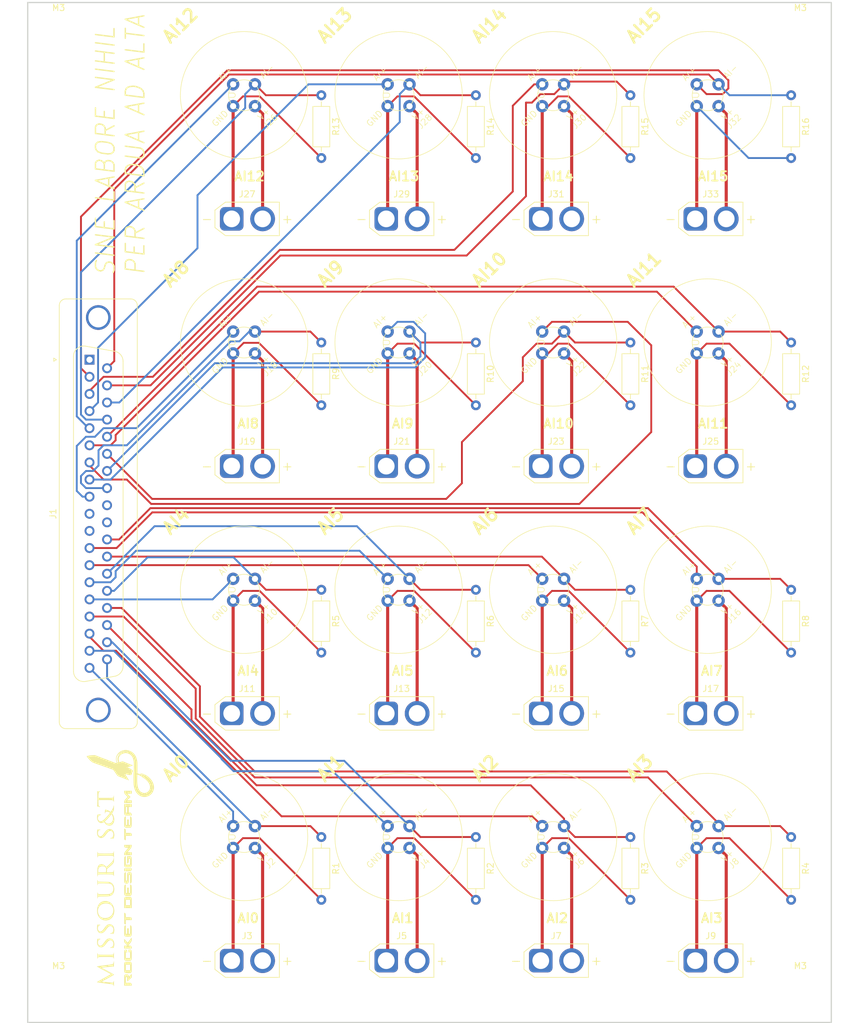
<source format=kicad_pcb>
(kicad_pcb (version 20241229) (generator "pcbnew") (generator_version "9.0")
  (title_block (title "AI Board") (date "2025-07-15") (rev "B") (company "Missouri S&T Rocket Design Team") (comment 1 "Designer: Isaac Lough"))
  (layers (0 "F.Cu" signal) (2 "B.Cu" signal) (13 "F.Paste" user) (15 "B.Paste" user) (5 "F.SilkS" user "F.Silkscreen") (7 "B.SilkS" user "B.Silkscreen") (1 "F.Mask" user) (3 "B.Mask" user) (25 "Edge.Cuts" user))
  (net 0 "")
  (net 1 "/AI9+")
  (net 2 "/AI15+")
  (net 3 "/AI1-")
  (net 4 "/AI12-")
  (net 5 "/NC")
  (net 6 "/AI14+")
  (net 7 "/COM")
  (net 8 "/AI0+")
  (net 9 "/AI3+")
  (net 10 "/AI10+")
  (net 11 "/AI2+")
  (net 12 "/AI2-")
  (net 13 "/AI3-")
  (net 14 "/AI1+")
  (net 15 "/AI5-")
  (net 16 "/AI7+")
  (net 17 "/AI13-")
  (net 18 "/AI8-")
  (net 19 "/AI6-")
  (net 20 "/AI6+")
  (net 21 "/AI10-")
  (net 22 "/AI5+")
  (net 23 "/AI13+")
  (net 24 "/AI12+")
  (net 25 "/AI4+")
  (net 26 "/AI14-")
  (net 27 "/AI7-")
  (net 28 "/AI0-")
  (net 29 "/AI11-")
  (net 31 "/AI9-")
  (net 32 "/AI4-")
  (net 33 "/AI15-")
  (net 34 "/AI11+")
  (net 35 "/AI8+")
  (net 36 "Net-(J2-Pin_3)")
  (net 37 "Net-(J2-Pin_4)")
  (net 38 "Net-(J4-Pin_3)")
  (net 39 "Net-(J4-Pin_4)")
  (net 40 "Net-(J6-Pin_4)")
  (net 41 "Net-(J6-Pin_3)")
  (net 42 "Net-(J8-Pin_4)")
  (net 43 "Net-(J8-Pin_3)")
  (net 44 "Net-(J10-Pin_3)")
  (net 45 "Net-(J10-Pin_4)")
  (net 46 "Net-(J12-Pin_4)")
  (net 47 "Net-(J12-Pin_3)")
  (net 48 "Net-(J14-Pin_4)")
  (net 49 "Net-(J14-Pin_3)")
  (net 50 "Net-(J16-Pin_4)")
  (net 51 "Net-(J16-Pin_3)")
  (net 52 "Net-(J18-Pin_4)")
  (net 53 "Net-(J18-Pin_3)")
  (net 54 "Net-(J20-Pin_4)")
  (net 55 "Net-(J20-Pin_3)")
  (net 56 "Net-(J22-Pin_4)")
  (net 57 "Net-(J22-Pin_3)")
  (net 58 "Net-(J24-Pin_3)")
  (net 59 "Net-(J24-Pin_4)")
  (net 60 "Net-(J26-Pin_3)")
  (net 61 "Net-(J26-Pin_4)")
  (net 62 "Net-(J28-Pin_3)")
  (net 63 "Net-(J28-Pin_4)")
  (net 64 "Net-(J30-Pin_4)")
  (net 65 "Net-(J30-Pin_3)")
  (net 66 "Net-(J32-Pin_4)")
  (net 67 "Net-(J32-Pin_3)")
  (footprint "Metric_Circular_Connectors:M12 A-Code Amphenol" (layer "F.Cu") (at 125 110 45)
    (property "Reference" "J16")
    (property "Value" "AI7 M12")
  )
  (footprint "Resistor_THT:R_Axial_DIN0207_L6.3mm_D2.5mm_P10.16mm_Horizontal" (layer "F.Cu") (at 138.5 70 -90)
    (property "Reference" "R12")
    (property "Value" "R")
  )
  (footprint "Metric_Circular_Connectors:M12 A-Code Amphenol" (layer "F.Cu") (at 100 70 45)
    (property "Reference" "J22")
    (property "Value" "AI10 M12")
  )
  (footprint "Connector_AMASS:AMASS_XT30U-F_1x02_P5.0mm_Vertical" (layer "F.Cu") (at 98 50)
    (property "Reference" "J31")
    (property "Value" "AI14 XT30")
  )
  (footprint "MountingHole:MountingHole_3.2mm_M3" (layer "F.Cu") (at 20 20)
    (property "Reference" "M3")
    (property "Value" "MountingHole_3.2mm_M3")
  )
  (footprint "Connector_AMASS:AMASS_XT30U-F_1x02_P5.0mm_Vertical" (layer "F.Cu") (at 73 170)
    (property "Reference" "J5")
    (property "Value" "AI1 XT30")
  )
  (footprint "MountingHole:MountingHole_3.2mm_M3" (layer "F.Cu") (at 140 20)
    (property "Reference" "M3")
    (property "Value" "MountingHole_3.2mm_M3")
  )
  (footprint "Metric_Circular_Connectors:M12 A-Code Amphenol" (layer "F.Cu") (at 125 30 45)
    (property "Reference" "J32")
    (property "Value" "AI15 M12")
  )
  (footprint "Metric_Circular_Connectors:M12 A-Code Amphenol" (layer "F.Cu") (at 50 110 45)
    (property "Reference" "J10")
    (property "Value" "AI4 M12")
  )
  (footprint "Metric_Circular_Connectors:M12 A-Code Amphenol" (layer "F.Cu") (at 100 150 45)
    (property "Reference" "J6")
    (property "Value" "AI2 M12")
  )
  (footprint "Metric_Circular_Connectors:M12 A-Code Amphenol" (layer "F.Cu") (at 50 70 45)
    (property "Reference" "J18")
    (property "Value" "AI8 M12")
  )
  (footprint "MST RDT PR:MSTRDTLogoFootprint11mm" (layer "F.Cu") (at 30 155 90)
    (property "Reference" "G***" (hide yes))
    (property "Value" "LOGO" (hide yes))
  )
  (footprint "Connector_AMASS:AMASS_XT30U-F_1x02_P5.0mm_Vertical" (layer "F.Cu") (at 98 90)
    (property "Reference" "J23")
    (property "Value" "AI10 XT30")
  )
  (footprint "Metric_Circular_Connectors:M12 A-Code Amphenol" (layer "F.Cu") (at 50 30 45)
    (property "Reference" "J26")
    (property "Value" "AI12 M12")
  )
  (footprint "Resistor_THT:R_Axial_DIN0207_L6.3mm_D2.5mm_P10.16mm_Horizontal" (layer "F.Cu") (at 138.5 150 -90)
    (property "Reference" "R4")
    (property "Value" "R")
  )
  (footprint "Connector_Dsub:DSUB-37_Socket_Vertical_P2.77x2.84mm_MountingHoles" (layer "F.Cu") (at 25 72.78 90)
    (property "Reference" "J1")
    (property "Value" "DC37_Socket_MountingHoles")
  )
  (footprint "Resistor_THT:R_Axial_DIN0207_L6.3mm_D2.5mm_P10.16mm_Horizontal" (layer "F.Cu") (at 112.5 70 -90)
    (property "Reference" "R11")
    (property "Value" "R")
  )
  (footprint "MountingHole:MountingHole_3.2mm_M3" (layer "F.Cu") (at 20 175)
    (property "Reference" "M3")
    (property "Value" "MountingHole_3.2mm_M3")
  )
  (footprint "Connector_AMASS:AMASS_XT30U-F_1x02_P5.0mm_Vertical" (layer "F.Cu") (at 123 50)
    (property "Reference" "J33")
    (property "Value" "AI15 XT30")
  )
  (footprint "Metric_Circular_Connectors:M12 A-Code Amphenol" (layer "F.Cu") (at 100 110 45)
    (property "Reference" "J14")
    (property "Value" "AI6 M12")
  )
  (footprint "Connector_AMASS:AMASS_XT30U-F_1x02_P5.0mm_Vertical" (layer "F.Cu") (at 48 130)
    (property "Reference" "J11")
    (property "Value" "AI4 XT30")
  )
  (footprint "Metric_Circular_Connectors:M12 A-Code Amphenol" (layer "F.Cu") (at 125 70 45)
    (property "Reference" "J24")
    (property "Value" "AI11 M12")
  )
  (footprint "Metric_Circular_Connectors:M12 A-Code Amphenol" (layer "F.Cu") (at 75 30 45)
    (property "Reference" "J28")
    (property "Value" "AI13 M12")
  )
  (footprint "Connector_AMASS:AMASS_XT30U-F_1x02_P5.0mm_Vertical" (layer "F.Cu") (at 48 90)
    (property "Reference" "J19")
    (property "Value" "AI8 XT30")
  )
  (footprint "Metric_Circular_Connectors:M12 A-Code Amphenol" (layer "F.Cu") (at 75 110 45)
    (property "Reference" "J12")
    (property "Value" "AI5 M12")
  )
  (footprint "Resistor_THT:R_Axial_DIN0207_L6.3mm_D2.5mm_P10.16mm_Horizontal" (layer "F.Cu") (at 87.5 150 -90)
    (property "Reference" "R2")
    (property "Value" "R")
  )
  (footprint "Metric_Circular_Connectors:M12 A-Code Amphenol" (layer "F.Cu") (at 75 70 45)
    (property "Reference" "J20")
    (property "Value" "AI9 M12")
  )
  (footprint "Connector_AMASS:AMASS_XT30U-F_1x02_P5.0mm_Vertical" (layer "F.Cu") (at 73 130)
    (property "Reference" "J13")
    (property "Value" "AI5 XT30")
  )
  (footprint "Resistor_THT:R_Axial_DIN0207_L6.3mm_D2.5mm_P10.16mm_Horizontal" (layer "F.Cu") (at 87.5 70 -90)
    (property "Reference" "R10")
    (property "Value" "R")
  )
  (footprint "Resistor_THT:R_Axial_DIN0207_L6.3mm_D2.5mm_P10.16mm_Horizontal" (layer "F.Cu") (at 138.5 30 -90)
    (property "Reference" "R16")
    (property "Value" "R")
  )
  (footprint "Connector_AMASS:AMASS_XT30U-F_1x02_P5.0mm_Vertical" (layer "F.Cu") (at 98 170)
    (property "Reference" "J7")
    (property "Value" "AI2 XT30")
  )
  (footprint "Resistor_THT:R_Axial_DIN0207_L6.3mm_D2.5mm_P10.16mm_Horizontal" (layer "F.Cu") (at 87.5 110 -90)
    (property "Reference" "R6")
    (property "Value" "R")
  )
  (footprint "Connector_AMASS:AMASS_XT30U-F_1x02_P5.0mm_Vertical" (layer "F.Cu") (at 73 90)
    (property "Reference" "J21")
    (property "Value" "AI9 XT30")
  )
  (footprint "Resistor_THT:R_Axial_DIN0207_L6.3mm_D2.5mm_P10.16mm_Horizontal" (layer "F.Cu") (at 138.5 110 -90)
    (property "Reference" "R8")
    (property "Value" "R")
  )
  (footprint "Resistor_THT:R_Axial_DIN0207_L6.3mm_D2.5mm_P10.16mm_Horizontal" (layer "F.Cu") (at 87.5 30 -90)
    (property "Reference" "R14")
    (property "Value" "R")
  )
  (footprint "Resistor_THT:R_Axial_DIN0207_L6.3mm_D2.5mm_P10.16mm_Horizontal" (layer "F.Cu") (at 112.5 30 -90)
    (property "Reference" "R15")
    (property "Value" "R")
  )
  (footprint "Connector_AMASS:AMASS_XT30U-F_1x02_P5.0mm_Vertical" (layer "F.Cu") (at 48 170)
    (property "Reference" "J3")
    (property "Value" "AI0 XT30")
  )
  (footprint "Metric_Circular_Connectors:M12 A-Code Amphenol" (layer "F.Cu") (at 75 150 45)
    (property "Reference" "J4")
    (property "Value" "AI1 M12")
  )
  (footprint "MountingHole:MountingHole_3.2mm_M3" (layer "F.Cu") (at 140 175)
    (property "Reference" "M3")
    (property "Value" "MountingHole_3.2mm_M3")
  )
  (footprint "Metric_Circular_Connectors:M12 A-Code Amphenol" (layer "F.Cu") (at 50 150 45)
    (property "Reference" "J2")
    (property "Value" "AI0 M12")
  )
  (footprint "Connector_AMASS:AMASS_XT30U-F_1x02_P5.0mm_Vertical" (layer "F.Cu") (at 48 50)
    (property "Reference" "J27")
    (property "Value" "AI12 XT30")
  )
  (footprint "Connector_AMASS:AMASS_XT30U-F_1x02_P5.0mm_Vertical" (layer "F.Cu") (at 98 130)
    (property "Reference" "J15")
    (property "Value" "AI6 XT30")
  )
  (footprint "Connector_AMASS:AMASS_XT30U-F_1x02_P5.0mm_Vertical" (layer "F.Cu") (at 123 130)
    (property "Reference" "J17")
    (property "Value" "AI7 XT30")
  )
  (footprint "Connector_AMASS:AMASS_XT30U-F_1x02_P5.0mm_Vertical" (layer "F.Cu") (at 123 170)
    (property "Reference" "J9")
    (property "Value" "AI3 XT30")
  )
  (footprint "Connector_AMASS:AMASS_XT30U-F_1x02_P5.0mm_Vertical" (layer "F.Cu") (at 73 50)
    (property "Reference" "J29")
    (property "Value" "AI13 XT30")
  )
  (footprint "Connector_AMASS:AMASS_XT30U-F_1x02_P5.0mm_Vertical" (layer "F.Cu") (at 123 90)
    (property "Reference" "J25")
    (property "Value" "AI11 XT30")
  )
  (footprint "Resistor_THT:R_Axial_DIN0207_L6.3mm_D2.5mm_P10.16mm_Horizontal" (layer "F.Cu") (at 112.5 150 -90)
    (property "Reference" "R3")
    (property "Value" "R")
  )
  (footprint "Resistor_THT:R_Axial_DIN0207_L6.3mm_D2.5mm_P10.16mm_Horizontal" (layer "F.Cu") (at 112.5 110 -90)
    (property "Reference" "R7")
    (property "Value" "R")
  )
  (footprint "Metric_Circular_Connectors:M12 A-Code Amphenol" (layer "F.Cu") (at 100 30 45)
    (property "Reference" "J30")
    (property "Value" "AI14 M12")
  )
  (footprint "Resistor_THT:R_Axial_DIN0207_L6.3mm_D2.5mm_P10.16mm_Horizontal" (layer "F.Cu") (at 62.5 110 -90)
    (property "Reference" "R5")
    (property "Value" "R")
  )
  (footprint "Resistor_THT:R_Axial_DIN0207_L6.3mm_D2.5mm_P10.16mm_Horizontal" (layer "F.Cu") (at 62.5 70 -90)
    (property "Reference" "R9")
    (property "Value" "R")
  )
  (footprint "Resistor_THT:R_Axial_DIN0207_L6.3mm_D2.5mm_P10.16mm_Horizontal" (layer "F.Cu") (at 62.5 30 -90)
    (property "Reference" "R13")
    (property "Value" "R")
  )
  (footprint "Resistor_THT:R_Axial_DIN0207_L6.3mm_D2.5mm_P10.16mm_Horizontal" (layer "F.Cu") (at 62.5 150 -90)
    (property "Reference" "R1")
    (property "Value" "R")
  )
  (footprint "Metric_Circular_Connectors:M12 A-Code Amphenol" (layer "F.Cu") (at 125 150 45)
    (property "Reference" "J8")
    (property "Value" "AI3 M12")
  )
  (gr_rect (start 15 15) (end 145 180) (stroke (width 0.2)) (fill no) (layer "Edge.Cuts"))
  (gr_text "SINE LABORE NIHIL \nPER ARDUA AD ALTA" (at 30 38 90) (layer "F.SilkS") (effects (font (size 3 2.8) (thickness 0.225) (italic yes))))
  (gr_text "AI9" (at 73.75 84 0) (layer "F.SilkS") (effects (font (size 1.5 1.5) (thickness 0.3) (bold yes)) (justify left bottom)))
  (gr_text "AI6" (at 98.75 124 0) (layer "F.SilkS") (effects (font (size 1.5 1.5) (thickness 0.3) (bold yes)) (justify left bottom)))
  (gr_text "AI12" (at 38 22 45) (layer "F.SilkS") (effects (font (size 2 2) (thickness 0.4) (bold yes)) (justify left bottom)))
  (gr_text "AI15" (at 113 22 45) (layer "F.SilkS") (effects (font (size 2 2) (thickness 0.4) (bold yes)) (justify left bottom)))
  (gr_text "AI8" (at 48.75 84 0) (layer "F.SilkS") (effects (font (size 1.5 1.5) (thickness 0.3) (bold yes)) (justify left bottom)))
  (gr_text "AI11" (at 123.25 84 0) (layer "F.SilkS") (effects (font (size 1.5 1.5) (thickness 0.3) (bold yes)) (justify left bottom)))
  (gr_text "AI5" (at 63 101.5 45) (layer "F.SilkS") (effects (font (size 2 2) (thickness 0.4) (bold yes)) (justify left bottom)))
  (gr_text "AI9" (at 63 61.5 45) (layer "F.SilkS") (effects (font (size 2 2) (thickness 0.4) (bold yes)) (justify left bottom)))
  (gr_text "AI1\n" (at 73.75 164 0) (layer "F.SilkS") (effects (font (size 1.5 1.5) (thickness 0.3) (bold yes)) (justify left bottom)))
  (gr_text "AI11" (at 113 61.5 45) (layer "F.SilkS") (effects (font (size 2 2) (thickness 0.4) (bold yes)) (justify left bottom)))
  (gr_text "AI3" (at 123.75 164 0) (layer "F.SilkS") (effects (font (size 1.5 1.5) (thickness 0.3) (bold yes)) (justify left bottom)))
  (gr_text "AI2" (at 98.75 164 0) (layer "F.SilkS") (effects (font (size 1.5 1.5) (thickness 0.3) (bold yes)) (justify left bottom)))
  (gr_text "AI7" (at 113 101.5 45) (layer "F.SilkS") (effects (font (size 2 2) (thickness 0.4) (bold yes)) (justify left bottom)))
  (gr_text "AI15" (at 123.25 44 0) (layer "F.SilkS") (effects (font (size 1.5 1.5) (thickness 0.3) (bold yes)) (justify left bottom)))
  (gr_text "AI0\n" (at 38 141.5 45) (layer "F.SilkS") (effects (font (size 2 2) (thickness 0.4) (bold yes)) (justify left bottom)))
  (gr_text "AI13" (at 73.25 44 0) (layer "F.SilkS") (effects (font (size 1.5 1.5) (thickness 0.3) (bold yes)) (justify left bottom)))
  (gr_text "AI4" (at 48.75 124 0) (layer "F.SilkS") (effects (font (size 1.5 1.5) (thickness 0.3) (bold yes)) (justify left bottom)))
  (gr_text "AI14" (at 88 22 45) (layer "F.SilkS") (effects (font (size 2 2) (thickness 0.4) (bold yes)) (justify left bottom)))
  (gr_text "AI14" (at 98.25 44 0) (layer "F.SilkS") (effects (font (size 1.5 1.5) (thickness 0.3) (bold yes)) (justify left bottom)))
  (gr_text "AI10" (at 88 61.5 45) (layer "F.SilkS") (effects (font (size 2 2) (thickness 0.4) (bold yes)) (justify left bottom)))
  (gr_text "AI10" (at 98.25 84 0) (layer "F.SilkS") (effects (font (size 1.5 1.5) (thickness 0.3) (bold yes)) (justify left bottom)))
  (gr_text "AI2\n" (at 88 141.5 45) (layer "F.SilkS") (effects (font (size 2 2) (thickness 0.4) (bold yes)) (justify left bottom)))
  (gr_text "AI12" (at 48.25 44 0) (layer "F.SilkS") (effects (font (size 1.5 1.5) (thickness 0.3) (bold yes)) (justify left bottom)))
  (gr_text "AI7" (at 123.75 124 0) (layer "F.SilkS") (effects (font (size 1.5 1.5) (thickness 0.3) (bold yes)) (justify left bottom)))
  (gr_text "AI4" (at 38 101.5 45) (layer "F.SilkS") (effects (font (size 2 2) (thickness 0.4) (bold yes)) (justify left bottom)))
  (gr_text "AI0\n" (at 48.75 164 0) (layer "F.SilkS") (effects (font (size 1.5 1.5) (thickness 0.3) (bold yes)) (justify left bottom)))
  (gr_text "AI13" (at 63 22 45) (layer "F.SilkS") (effects (font (size 2 2) (thickness 0.4) (bold yes)) (justify left bottom)))
  (gr_text "AI1\n" (at 63 141.5 45) (layer "F.SilkS") (effects (font (size 2 2) (thickness 0.4) (bold yes)) (justify left bottom)))
  (gr_text "AI8\n" (at 38 61.5 45) (layer "F.SilkS") (effects (font (size 2 2) (thickness 0.4) (bold yes)) (justify left bottom)))
  (gr_text "AI6" (at 88 101.5 45) (layer "F.SilkS") (effects (font (size 2 2) (thickness 0.4) (bold yes)) (justify left bottom)))
  (gr_text "AI3" (at 113 141.5 45) (layer "F.SilkS") (effects (font (size 2 2) (thickness 0.4) (bold yes)) (justify left bottom)))
  (gr_text "AI5" (at 73.75 124 0) (layer "F.SilkS") (effects (font (size 1.5 1.5) (thickness 0.3) (bold yes)) (justify left bottom)))
  (segment (start 78.994 68.218917) (end 77.423716 66.648633) (width 0.3) (layer "B.Cu") (net 1))
  (segment (start 79.2988 68.523717) (end 78.994 68.218917) (width 0.3) (layer "B.Cu") (net 1))
  (segment (start 79.2988 72.443039) (end 79.2988 68.523717) (width 0.3) (layer "B.Cu") (net 1))
  (segment (start 46.546739 74.034967) (end 77.706872 74.034967) (width 0.3) (layer "B.Cu") (net 1))
  (segment (start 77.423716 66.648633) (end 74.815833 66.648633) (width 0.3) (layer "B.Cu") (net 1))
  (segment (start 28.411706 92.17) (end 46.546739 74.034967) (width 0.3) (layer "B.Cu") (net 1))
  (segment (start 25 92.17) (end 28.411706 92.17) (width 0.3) (layer "B.Cu") (net 1))
  (segment (start 74.815833 66.648633) (end 73.232233 68.232233) (width 0.3) (layer "B.Cu") (net 1))
  (segment (start 77.706872 74.034967) (end 79.2988 72.443039) (width 0.3) (layer "B.Cu") (net 1))
  (segment (start 128.351367 27.576284) (end 128.351367 28.888182) (width 0.3) (layer "F.Cu") (net 2))
  (segment (start 25 75.55) (end 23.6164 74.1664) (width 0.3) (layer "F.Cu") (net 2))
  (segment (start 23.6164 74.1664) (end 23.6164 49.641761) (width 0.3) (layer "F.Cu") (net 2))
  (segment (start 126.733883 25.9588) (end 128.351367 27.576284) (width 0.3) (layer "F.Cu") (net 2))
  (segment (start 124.815833 29.815833) (end 123.232233 28.232233) (width 0.3) (layer "F.Cu") (net 2))
  (segment (start 127.423716 29.815833) (end 124.815833 29.815833) (width 0.3) (layer "F.Cu") (net 2))
  (segment (start 23.6164 49.641761) (end 47.299361 25.9588) (width 0.3) (layer "F.Cu") (net 2))
  (segment (start 47.299361 25.9588) (end 126.733883 25.9588) (width 0.3) (layer "F.Cu") (net 2))
  (segment (start 128.351367 28.888182) (end 127.423716 29.815833) (width 0.3) (layer "F.Cu") (net 2))
  (segment (start 76.767767 148.232233) (end 78.535534 150) (width 0.3) (layer "F.Cu") (net 3))
  (segment (start 78.535534 150) (end 87.5 150) (width 0.3) (layer "F.Cu") (net 3))
  (segment (start 28.6706 118.485) (end 47.8536 137.668) (width 0.3) (layer "B.Cu") (net 3))
  (segment (start 27.84 118.485) (end 28.6706 118.485) (width 0.3) (layer "B.Cu") (net 3))
  (segment (start 47.8536 137.668) (end 66.203534 137.668) (width 0.3) (layer "B.Cu") (net 3))
  (segment (start 66.203534 137.668) (end 76.767767 148.232233) (width 0.3) (layer "B.Cu") (net 3))
  (segment (start 62.5 30) (end 53.535534 30) (width 0.3) (layer "F.Cu") (net 4))
  (segment (start 53.535534 30) (end 51.767767 28.232233) (width 0.3) (layer "F.Cu") (net 4))
  (segment (start 27.84 82.475) (end 24.428294 82.475) (width 0.3) (layer "B.Cu") (net 4))
  (segment (start 50.184167 32.055382) (end 50.184167 29.815833) (width 0.3) (layer "B.Cu") (net 4))
  (segment (start 23.6164 81.663106) (end 23.6164 58.623149) (width 0.3) (layer "B.Cu") (net 4))
  (segment (start 23.6164 58.623149) (end 50.184167 32.055382) (width 0.3) (layer "B.Cu") (net 4))
  (segment (start 24.428294 82.475) (end 23.6164 81.663106) (width 0.3) (layer "B.Cu") (net 4))
  (segment (start 50.184167 29.815833) (end 51.767767 28.232233) (width 0.3) (layer "B.Cu") (net 4))
  (segment (start 84.0232 55.0164) (end 93.472 45.5676) (width 0.3) (layer "F.Cu") (net 6))
  (segment (start 96.938967 28.232233) (end 98.232233 28.232233) (width 0.3) (layer "F.Cu") (net 6))
  (segment (start 55.7784 55.0164) (end 84.0232 55.0164) (width 0.3) (layer "F.Cu") (net 6))
  (segment (start 93.472 45.5676) (end 93.472 31.6992) (width 0.3) (layer "F.Cu") (net 6))
  (segment (start 27.266894 75.5486) (end 35.2462 75.5486) (width 0.3) (layer "F.Cu") (net 6))
  (segment (start 35.2462 75.5486) (end 55.7784 55.0164) (width 0.3) (layer "F.Cu") (net 6))
  (segment (start 93.472 31.6992) (end 96.938967 28.232233) (width 0.3) (layer "F.Cu") (net 6))
  (segment (start 25 78.32) (end 25 77.815494) (width 0.3) (layer "F.Cu") (net 6))
  (segment (start 25 77.815494) (end 27.266894 75.5486) (width 0.3) (layer "F.Cu") (net 6))
  (segment (start 48.232233 145.872233) (end 48.232233 148.232233) (width 0.3) (layer "B.Cu") (net 8))
  (segment (start 25 122.64) (end 48.232233 145.872233) (width 0.3) (layer "B.Cu") (net 8))
  (segment (start 115.3604 140.3604) (end 123.232233 148.232233) (width 0.3) (layer "F.Cu") (net 9))
  (segment (start 30.51 114.33) (end 42.177 125.997) (width 0.3) (layer "F.Cu") (net 9))
  (segment (start 25 114.33) (end 25 114.831706) (width 0.3) (layer "F.Cu") (net 9))
  (segment (start 51.712844 140.3604) (end 115.3604 140.3604) (width 0.3) (layer "F.Cu") (net 9))
  (segment (start 25 114.831706) (end 25.592075 114.239631) (width 0.3) (layer "F.Cu") (net 9))
  (segment (start 25 114.33) (end 30.51 114.33) (width 0.3) (layer "F.Cu") (net 9))
  (segment (start 42.177 130.824556) (end 51.712844 140.3604) (width 0.3) (layer "F.Cu") (net 9))
  (segment (start 42.177 125.997) (end 42.177 130.824556) (width 0.3) (layer "F.Cu") (net 9))
  (segment (start 115.8748 70.4596) (end 112.063833 66.648633) (width 0.3) (layer "F.Cu") (net 10))
  (segment (start 27.266894 92.1686) (end 31.026844 92.1686) (width 0.3) (layer "F.Cu") (net 10))
  (segment (start 115.8748 84.4804) (end 115.8748 70.4596) (width 0.3) (layer "F.Cu") (net 10))
  (segment (start 25 89.4) (end 25 89.901706) (width 0.3) (layer "F.Cu") (net 10))
  (segment (start 99.815833 66.648633) (end 98.232233 68.232233) (width 0.3) (layer "F.Cu") (net 10))
  (segment (start 102.423716 66.648633) (end 99.815833 66.648633) (width 0.3) (layer "F.Cu") (net 10))
  (segment (start 104.2416 96.1136) (end 115.8748 84.4804) (width 0.3) (layer "F.Cu") (net 10))
  (segment (start 25 89.901706) (end 27.266894 92.1686) (width 0.3) (layer "F.Cu") (net 10))
  (segment (start 34.971844 96.1136) (end 104.2416 96.1136) (width 0.3) (layer "F.Cu") (net 10))
  (segment (start 112.063833 66.648633) (end 102.0064 66.648633) (width 0.3) (layer "F.Cu") (net 10))
  (segment (start 31.026844 92.1686) (end 34.971844 96.1136) (width 0.3) (layer "F.Cu") (net 10))
  (segment (start 27.266894 119.8686) (end 29.287532 119.8686) (width 0.3) (layer "F.Cu") (net 11))
  (segment (start 56.067565 146.648633) (end 96.648633 146.648633) (width 0.3) (layer "F.Cu") (net 11))
  (segment (start 29.287532 119.8686) (end 56.067565 146.648633) (width 0.3) (layer "F.Cu") (net 11))
  (segment (start 25 117.1) (end 25 117.601706) (width 0.3) (layer "F.Cu") (net 11))
  (segment (start 96.648633 146.648633) (end 98.232233 148.232233) (width 0.3) (layer "F.Cu") (net 11))
  (segment (start 25 117.601706) (end 27.266894 119.8686) (width 0.3) (layer "F.Cu") (net 11))
  (segment (start 103.535534 150) (end 101.767767 148.232233) (width 0.3) (layer "F.Cu") (net 12))
  (segment (start 41.4934 129.3684) (end 41.4934 131.107712) (width 0.3) (layer "F.Cu") (net 12))
  (segment (start 41.4934 131.107712) (end 52.016088 141.6304) (width 0.3) (layer "F.Cu") (net 12))
  (segment (start 52.016088 141.6304) (end 96.3676 141.6304) (width 0.3) (layer "F.Cu") (net 12))
  (segment (start 101.767767 147.030567) (end 101.767767 148.232233) (width 0.3) (layer "F.Cu") (net 12))
  (segment (start 96.3676 141.6304) (end 101.767767 147.030567) (width 0.3) (layer "F.Cu") (net 12))
  (segment (start 27.84 115.715) (end 41.4934 129.3684) (width 0.3) (layer "F.Cu") (net 12))
  (segment (start 112.5 150) (end 103.535534 150) (width 0.3) (layer "F.Cu") (net 12))
  (segment (start 138.5 150) (end 136.732233 148.232233) (width 0.3) (layer "F.Cu") (net 13))
  (segment (start 118.364 139.3952) (end 126.767767 147.798967) (width 0.3) (layer "F.Cu") (net 13))
  (segment (start 42.8606 130.5414) (end 51.7144 139.3952) (width 0.3) (layer "F.Cu") (net 13))
  (segment (start 51.7144 139.3952) (end 118.364 139.3952) (width 0.3) (layer "F.Cu") (net 13))
  (segment (start 42.8606 125.6138) (end 42.8606 130.5414) (width 0.3) (layer "F.Cu") (net 13))
  (segment (start 30.1918 112.945) (end 42.8606 125.6138) (width 0.3) (layer "F.Cu") (net 13))
  (segment (start 126.767767 147.798967) (end 126.767767 148.232233) (width 0.3) (layer "F.Cu") (net 13))
  (segment (start 136.732233 148.232233) (end 126.767767 148.232233) (width 0.3) (layer "F.Cu") (net 13))
  (segment (start 27.84 112.945) (end 30.1918 112.945) (width 0.3) (layer "F.Cu") (net 13))
  (segment (start 28.938 119.87) (end 46.3804 137.3124) (width 0.3) (layer "B.Cu") (net 14))
  (segment (start 48.3108 139.3444) (end 64.3444 139.3444) (width 0.3) (layer "B.Cu") (net 14))
  (segment (start 46.3804 137.414) (end 48.3108 139.3444) (width 0.3) (layer "B.Cu") (net 14))
  (segment (start 46.3804 137.3124) (end 46.3804 137.414) (width 0.3) (layer "B.Cu") (net 14))
  (segment (start 64.3444 139.3444) (end 73.232233 148.232233) (width 0.3) (layer "B.Cu") (net 14))
  (segment (start 25 119.87) (end 28.938 119.87) (width 0.3) (layer "B.Cu") (net 14))
  (segment (start 78.535534 110) (end 76.767767 108.232233) (width 0.3) (layer "F.Cu") (net 15))
  (segment (start 87.5 110) (end 78.535534 110) (width 0.3) (layer "F.Cu") (net 15))
  (segment (start 68.255934 99.7204) (end 76.767767 108.232233) (width 0.3) (layer "B.Cu") (net 15))
  (segment (start 27.84 107.405) (end 35.5246 99.7204) (width 0.3) (layer "B.Cu") (net 15))
  (segment (start 35.5246 99.7204) (end 68.255934 99.7204) (width 0.3) (layer "B.Cu") (net 15))
  (segment (start 25 103.25) (end 29.3844 103.25) (width 0.3) (layer "F.Cu") (net 16))
  (segment (start 114.448 97.4808) (end 123.232233 106.265033) (width 0.3) (layer "F.Cu") (net 16))
  (segment (start 29.3844 103.25) (end 35.1536 97.4808) (width 0.3) (layer "F.Cu") (net 16))
  (segment (start 123.232233 106.265033) (end 123.232233 108.232233) (width 0.3) (layer "F.Cu") (net 16))
  (segment (start 35.1536 97.4808) (end 114.448 97.4808) (width 0.3) (layer "F.Cu") (net 16))
  (segment (start 87.5 30) (end 78.535534 30) (width 0.3) (layer "F.Cu") (net 17))
  (segment (start 78.535534 30) (end 76.767767 28.232233) (width 0.3) (layer "F.Cu") (net 17))
  (segment (start 75.184167 34.340633) (end 75.184167 29.815833) (width 0.3) (layer "B.Cu") (net 17))
  (segment (start 29.8198 79.705) (end 75.184167 34.340633) (width 0.3) (layer "B.Cu") (net 17))
  (segment (start 27.84 79.705) (end 29.8198 79.705) (width 0.3) (layer "B.Cu") (net 17))
  (segment (start 75.184167 29.815833) (end 76.767767 28.232233) (width 0.3) (layer "B.Cu") (net 17))
  (segment (start 62.5 70) (end 60.732233 68.232233) (width 0.3) (layer "F.Cu") (net 18))
  (segment (start 60.732233 68.232233) (end 51.767767 68.232233) (width 0.3) (layer "F.Cu") (net 18))
  (segment (start 49.259367 69.815833) (end 50.842967 68.232233) (width 0.3) (layer "B.Cu") (net 18))
  (segment (start 23.6164 92.743106) (end 23.6164 91.596894) (width 0.3) (layer "B.Cu") (net 18))
  (segment (start 26.4564 89.903106) (end 26.4564 87.441894) (width 0.3) (layer "B.Cu") (net 18))
  (segment (start 27.84 93.555) (end 24.428294 93.555) (width 0.3) (layer "B.Cu") (net 18))
  (segment (start 24.426894 90.7864) (end 25.573106 90.7864) (width 0.3) (layer "B.Cu") (net 18))
  (segment (start 47.842411 69.815833) (end 49.259367 69.815833) (width 0.3) (layer "B.Cu") (net 18))
  (segment (start 26.4564 87.441894) (end 27.266894 86.6314) (width 0.3) (layer "B.Cu") (net 18))
  (segment (start 25.573106 90.7864) (end 26.4564 89.903106) (width 0.3) (layer "B.Cu") (net 18))
  (segment (start 23.6164 91.596894) (end 24.426894 90.7864) (width 0.3) (layer "B.Cu") (net 18))
  (segment (start 31.026844 86.6314) (end 47.842411 69.815833) (width 0.3) (layer "B.Cu") (net 18))
  (segment (start 50.842967 68.232233) (end 51.767767 68.232233) (width 0.3) (layer "B.Cu") (net 18))
  (segment (start 24.428294 93.555) (end 23.6164 92.743106) (width 0.3) (layer "B.Cu") (net 18))
  (segment (start 27.266894 86.6314) (end 31.026844 86.6314) (width 0.3) (layer "B.Cu") (net 18))
  (segment (start 103.535534 110) (end 101.767767 108.232233) (width 0.3) (layer "F.Cu") (net 19))
  (segment (start 112.5 110) (end 103.535534 110) (width 0.3) (layer "F.Cu") (net 19))
  (segment (start 27.84 104.635) (end 98.170534 104.635) (width 0.3) (layer "F.Cu") (net 19))
  (segment (start 98.170534 104.635) (end 101.767767 108.232233) (width 0.3) (layer "F.Cu") (net 19))
  (segment (start 96.02 106.02) (end 98.232233 108.232233) (width 0.3) (layer "F.Cu") (net 20))
  (segment (start 25 106.02) (end 96.02 106.02) (width 0.3) (layer "F.Cu") (net 20))
  (segment (start 85.2424 86.106) (end 85.2424 92.7608) (width 0.3) (layer "F.Cu") (net 21))
  (segment (start 112.5 70) (end 103.535534 70) (width 0.3) (layer "F.Cu") (net 21))
  (segment (start 103.535534 70) (end 101.767767 68.232233) (width 0.3) (layer "F.Cu") (net 21))
  (segment (start 82.7024 95.3008) (end 35.1258 95.3008) (width 0.3) (layer "F.Cu") (net 21))
  (segment (start 35.1258 95.3008) (end 27.84 88.015) (width 0.3) (layer "F.Cu") (net 21))
  (segment (start 101.767767 68.232233) (end 99.815833 70.184167) (width 0.3) (layer "F.Cu") (net 21))
  (segment (start 85.2424 92.7608) (end 82.7024 95.3008) (width 0.3) (layer "F.Cu") (net 21))
  (segment (start 97.303433 70.184167) (end 95.0976 72.39) (width 0.3) (layer "F.Cu") (net 21))
  (segment (start 95.0976 72.39) (end 95.0976 76.2508) (width 0.3) (layer "F.Cu") (net 21))
  (segment (start 95.0976 76.2508) (end 85.2424 86.106) (width 0.3) (layer "F.Cu") (net 21))
  (segment (start 99.815833 70.184167) (end 97.303433 70.184167) (width 0.3) (layer "F.Cu") (net 21))
  (segment (start 29.2236 107.978106) (end 28.411706 108.79) (width 0.3) (layer "B.Cu") (net 22))
  (segment (start 28.411706 108.79) (end 25 108.79) (width 0.3) (layer "B.Cu") (net 22))
  (segment (start 73.232233 108.232233) (end 68.6828 103.6828) (width 0.3) (layer "B.Cu") (net 22))
  (segment (start 32.528956 103.6828) (end 29.2236 106.988156) (width 0.3) (layer "B.Cu") (net 22))
  (segment (start 29.2236 106.988156) (end 29.2236 107.978106) (width 0.3) (layer "B.Cu") (net 22))
  (segment (start 68.6828 103.6828) (end 32.528956 103.6828) (width 0.3) (layer "B.Cu") (net 22))
  (segment (start 25 81.09) (end 26.3836 79.7064) (width 0.3) (layer "B.Cu") (net 23))
  (segment (start 26.3836 70.829338) (end 42.4688 54.744138) (width 0.3) (layer "B.Cu") (net 23))
  (segment (start 42.4688 46.1772) (end 60.413767 28.232233) (width 0.3) (layer "B.Cu") (net 23))
  (segment (start 26.3836 79.7064) (end 26.3836 70.829338) (width 0.3) (layer "B.Cu") (net 23))
  (segment (start 60.413767 28.232233) (end 73.232233 28.232233) (width 0.3) (layer "B.Cu") (net 23))
  (segment (start 42.4688 54.744138) (end 42.4688 46.1772) (width 0.3) (layer "B.Cu") (net 23))
  (segment (start 22.9328 53.531666) (end 48.232233 28.232233) (width 0.3) (layer "B.Cu") (net 24))
  (segment (start 25 83.86) (end 24.846538 83.86) (width 0.3) (layer "B.Cu") (net 24))
  (segment (start 24.846538 83.86) (end 22.9328 81.946262) (width 0.3) (layer "B.Cu") (net 24))
  (segment (start 22.9328 81.946262) (end 22.9328 53.531666) (width 0.3) (layer "B.Cu") (net 24))
  (segment (start 44.904466 111.56) (end 48.232233 108.232233) (width 0.3) (layer "B.Cu") (net 25))
  (segment (start 25 111.56) (end 44.904466 111.56) (width 0.3) (layer "B.Cu") (net 25))
  (segment (start 55.88 55.9308) (end 86.0044 55.9308) (width 0.3) (layer "F.Cu") (net 26))
  (segment (start 95.6056 46.3296) (end 95.6056 31.1912) (width 0.3) (layer "F.Cu") (net 26))
  (segment (start 27.84 76.935) (end 34.8758 76.935) (width 0.3) (layer "F.Cu") (net 26))
  (segment (start 112.5 30) (end 110.2876 27.7876) (width 0.3) (layer "F.Cu") (net 26))
  (segment (start 96.569251 31.1912) (end 97.944618 29.815833) (width 0.3) (layer "F.Cu") (net 26))
  (segment (start 95.6056 31.1912) (end 96.569251 31.1912) (width 0.3) (layer "F.Cu") (net 26))
  (segment (start 102.2124 27.7876) (end 101.767767 28.232233) (width 0.3) (layer "F.Cu") (net 26))
  (segment (start 34.8758 76.935) (end 55.88 55.9308) (width 0.3) (layer "F.Cu") (net 26))
  (segment (start 97.944618 29.815833) (end 100.184167 29.815833) (width 0.3) (layer "F.Cu") (net 26))
  (segment (start 110.2876 27.7876) (end 102.2124 27.7876) (width 0.3) (layer "F.Cu") (net 26))
  (segment (start 100.184167 29.815833) (end 101.767767 28.232233) (width 0.3) (layer "F.Cu") (net 26))
  (segment (start 86.0044 55.9308) (end 95.6056 46.3296) (width 0.3) (layer "F.Cu") (net 26))
  (segment (start 138.5 110) (end 136.732233 108.232233) (width 0.3) (layer "F.Cu") (net 27))
  (segment (start 34.8488 96.7972) (end 115.332734 96.7972) (width 0.3) (layer "F.Cu") (net 27))
  (segment (start 29.781 101.865) (end 34.8488 96.7972) (width 0.3) (layer "F.Cu") (net 27))
  (segment (start 136.732233 108.232233) (end 126.767767 108.232233) (width 0.3) (layer "F.Cu") (net 27))
  (segment (start 115.332734 96.7972) (end 126.767767 108.232233) (width 0.3) (layer "F.Cu") (net 27))
  (segment (start 27.84 101.865) (end 29.781 101.865) (width 0.3) (layer "F.Cu") (net 27))
  (segment (start 51.767767 148.232233) (end 51.769934 148.2344) (width 0.3) (layer "F.Cu") (net 28))
  (segment (start 51.769934 148.2344) (end 60.7344 148.2344) (width 0.3) (layer "F.Cu") (net 28))
  (segment (start 60.7344 148.2344) (end 62.5 150) (width 0.3) (layer "F.Cu") (net 28))
  (segment (start 27.84 121.255) (end 27.84 124.304466) (width 0.3) (layer "B.Cu") (net 28))
  (segment (start 27.84 124.304466) (end 51.767767 148.232233) (width 0.3) (layer "B.Cu") (net 28))
  (segment (start 138.5 70) (end 136.732233 68.232233) (width 0.3) (layer "F.Cu") (net 29))
  (segment (start 119.495534 60.96) (end 126.767767 68.232233) (width 0.3) (layer "F.Cu") (net 29))
  (segment (start 52.125 60.96) (end 119.495534 60.96) (width 0.3) (layer "F.Cu") (net 29))
  (segment (start 27.84 85.245) (end 52.125 60.96) (width 0.3) (layer "F.Cu") (net 29))
  (segment (start 136.732233 68.232233) (end 126.767767 68.232233) (width 0.3) (layer "F.Cu") (net 29))
  (segment (start 78.535534 70) (end 76.767767 68.232233) (width 0.3) (layer "F.Cu") (net 31))
  (segment (start 87.5 70) (end 78.535534 70) (width 0.3) (layer "F.Cu") (net 31))
  (segment (start 45.273633 73.351367) (end 77.423716 73.351367) (width 0.3) (layer "B.Cu") (net 31))
  (segment (start 78.5368 72.238283) (end 78.5368 70.001266) (width 0.3) (layer "B.Cu") (net 31))
  (segment (start 27.84 90.785) (end 45.273633 73.351367) (width 0.3) (layer "B.Cu") (net 31))
  (segment (start 78.5368 70.001266) (end 76.767767 68.232233) (width 0.3) (layer "B.Cu") (net 31))
  (segment (start 77.423716 73.351367) (end 78.5368 72.238283) (width 0.3) (layer "B.Cu") (net 31))
  (segment (start 53.535534 110) (end 51.767767 108.232233) (width 0.3) (layer "F.Cu") (net 32))
  (segment (start 62.5 110) (end 53.535534 110) (width 0.3) (layer "F.Cu") (net 32))
  (segment (start 48.285134 104.7496) (end 34.39677 104.7496) (width 0.3) (layer "B.Cu") (net 32))
  (segment (start 51.767767 108.232233) (end 48.285134 104.7496) (width 0.3) (layer "B.Cu") (net 32))
  (segment (start 28.97137 110.175) (end 27.84 110.175) (width 0.3) (layer "B.Cu") (net 32))
  (segment (start 34.39677 104.7496) (end 28.97137 110.175) (width 0.3) (layer "B.Cu") (net 32))
  (segment (start 29.0036 73.0014) (end 29.0036 45.221317) (width 0.3) (layer "F.Cu") (net 33))
  (segment (start 47.576284 26.648633) (end 125.184167 26.648633) (width 0.3) (layer "F.Cu") (net 33))
  (segment (start 29.0036 45.221317) (end 47.576284 26.648633) (width 0.3) (layer "F.Cu") (net 33))
  (segment (start 125.184167 26.648633) (end 126.767767 28.232233) (width 0.3) (layer "F.Cu") (net 33))
  (segment (start 27.84 74.165) (end 29.0036 73.0014) (width 0.3) (layer "F.Cu") (net 33))
  (segment (start 138.5 30) (end 128.535534 30) (width 0.3) (layer "B.Cu") (net 33))
  (segment (start 128.535534 30) (end 126.767767 28.232233) (width 0.3) (layer "B.Cu") (net 33))
  (segment (start 52.4256 61.7728) (end 116.7728 61.7728) (width 0.3) (layer "F.Cu") (net 34))
  (segment (start 28.411706 86.63) (end 29.2236 85.818106) (width 0.3) (layer "F.Cu") (net 34))
  (segment (start 116.7728 61.7728) (end 123.232233 68.232233) (width 0.3) (layer "F.Cu") (net 34))
  (segment (start 25 86.63) (end 28.411706 86.63) (width 0.3) (layer "F.Cu") (net 34))
  (segment (start 29.2236 85.818106) (end 29.2236 84.9748) (width 0.3) (layer "F.Cu") (net 34))
  (segment (start 29.2236 84.9748) (end 52.4256 61.7728) (width 0.3) (layer "F.Cu") (net 34))
  (segment (start 32.603066 83.8614) (end 48.232233 68.232233) (width 0.3) (layer "B.Cu") (net 35))
  (segment (start 23.86863 94.94) (end 22.9328 94.00417) (width 0.3) (layer "B.Cu") (net 35))
  (segment (start 22.9328 86.740494) (end 24.426894 85.2464) (width 0.3) (layer "B.Cu") (net 35))
  (segment (start 25 94.94) (end 23.86863 94.94) (width 0.3) (layer "B.Cu") (net 35))
  (segment (start 27.266894 83.8614) (end 32.603066 83.8614) (width 0.3) (layer "B.Cu") (net 35))
  (segment (start 25.881894 85.2464) (end 27.266894 83.8614) (width 0.3) (layer "B.Cu") (net 35))
  (segment (start 22.9328 94.00417) (end 22.9328 86.740494) (width 0.3) (layer "B.Cu") (net 35))
  (segment (start 24.426894 85.2464) (end 25.881894 85.2464) (width 0.3) (layer "B.Cu") (net 35))
  (segment (start 51.767767 151.767767) (end 53 153) (width 0.5) (layer "F.Cu") (net 36))
  (segment (start 53 153) (end 53 170) (width 0.5) (layer "F.Cu") (net 36))
  (segment (start 49.815833 150.184167) (end 48.232233 151.767767) (width 0.3) (layer "F.Cu") (net 37))
  (segment (start 52.524167 150.184167) (end 49.815833 150.184167) (width 0.3) (layer "F.Cu") (net 37))
  (segment (start 62.5 160.16) (end 52.524167 150.184167) (width 0.3) (layer "F.Cu") (net 37))
  (segment (start 48.232233 151.767767) (end 48.232233 169.767767) (width 0.5) (layer "F.Cu") (net 37))
  (segment (start 48.232233 169.767767) (end 48 170) (width 0.3) (layer "F.Cu") (net 37))
  (segment (start 78 153) (end 78 170) (width 0.5) (layer "F.Cu") (net 38))
  (segment (start 76.767767 151.767767) (end 78 153) (width 0.5) (layer "F.Cu") (net 38))
  (segment (start 73.232233 169.767767) (end 73 170) (width 0.3) (layer "F.Cu") (net 39))
  (segment (start 77.524167 150.184167) (end 74.815833 150.184167) (width 0.3) (layer "F.Cu") (net 39))
  (segment (start 74.815833 150.184167) (end 73.232233 151.767767) (width 0.3) (layer "F.Cu") (net 39))
  (segment (start 87.5 160.16) (end 77.524167 150.184167) (width 0.3) (layer "F.Cu") (net 39))
  (segment (start 73.232233 151.767767) (end 73.232233 169.767767) (width 0.5) (layer "F.Cu") (net 39))
  (segment (start 98.232233 169.767767) (end 98 170) (width 0.3) (layer "F.Cu") (net 40))
  (segment (start 102.524167 150.184167) (end 99.815833 150.184167) (width 0.3) (layer "F.Cu") (net 40))
  (segment (start 112.5 160.16) (end 102.524167 150.184167) (width 0.3) (layer "F.Cu") (net 40))
  (segment (start 99.815833 150.184167) (end 98.232233 151.767767) (width 0.3) (layer "F.Cu") (net 40))
  (segment (start 98.232233 151.767767) (end 98.232233 169.767767) (width 0.5) (layer "F.Cu") (net 40))
  (segment (start 101.767767 151.767767) (end 103 153) (width 0.5) (layer "F.Cu") (net 41))
  (segment (start 103 153) (end 103 170) (width 0.5) (layer "F.Cu") (net 41))
  (segment (start 124.815833 150.184167) (end 123.232233 151.767767) (width 0.3) (layer "F.Cu") (net 42))
  (segment (start 123.232233 169.767767) (end 123 170) (width 0.3) (layer "F.Cu") (net 42))
  (segment (start 128.524167 150.184167) (end 124.815833 150.184167) (width 0.3) (layer "F.Cu") (net 42))
  (segment (start 138.5 160.16) (end 128.524167 150.184167) (width 0.3) (layer "F.Cu") (net 42))
  (segment (start 123.232233 151.767767) (end 123.232233 169.767767) (width 0.5) (layer "F.Cu") (net 42))
  (segment (start 128 153) (end 128 170) (width 0.5) (layer "F.Cu") (net 43))
  (segment (start 126.767767 151.767767) (end 128 153) (width 0.5) (layer "F.Cu") (net 43))
  (segment (start 53 113) (end 53 130) (width 0.5) (layer "F.Cu") (net 44))
  (segment (start 51.767767 111.767767) (end 53 113) (width 0.5) (layer "F.Cu") (net 44))
  (segment (start 49.815833 110.184167) (end 48.232233 111.767767) (width 0.3) (layer "F.Cu") (net 45))
  (segment (start 48.232233 111.767767) (end 48.232233 129.767767) (width 0.5) (layer "F.Cu") (net 45))
  (segment (start 48.232233 129.767767) (end 48 130) (width 0.3) (layer "F.Cu") (net 45))
  (segment (start 52.524167 110.184167) (end 49.815833 110.184167) (width 0.3) (layer "F.Cu") (net 45))
  (segment (start 62.5 120.16) (end 52.524167 110.184167) (width 0.3) (layer "F.Cu") (net 45))
  (segment (start 87.5 120.16) (end 77.524167 110.184167) (width 0.3) (layer "F.Cu") (net 46))
  (segment (start 74.815833 110.184167) (end 73.232233 111.767767) (width 0.3) (layer "F.Cu") (net 46))
  (segment (start 73.232233 111.767767) (end 73.232233 129.767767) (width 0.5) (layer "F.Cu") (net 46))
  (segment (start 77.524167 110.184167) (end 74.815833 110.184167) (width 0.3) (layer "F.Cu") (net 46))
  (segment (start 73.232233 129.767767) (end 73 130) (width 0.3) (layer "F.Cu") (net 46))
  (segment (start 78 113) (end 76.767767 111.767767) (width 0.5) (layer "F.Cu") (net 47))
  (segment (start 78 113) (end 78 130) (width 0.5) (layer "F.Cu") (net 47))
  (segment (start 102.524167 110.184167) (end 99.815833 110.184167) (width 0.3) (layer "F.Cu") (net 48))
  (segment (start 98.232233 129.767767) (end 98 130) (width 0.3) (layer "F.Cu") (net 48))
  (segment (start 98.232233 111.767767) (end 98.232233 129.767767) (width 0.5) (layer "F.Cu") (net 48))
  (segment (start 112.5 120.16) (end 102.524167 110.184167) (width 0.3) (layer "F.Cu") (net 48))
  (segment (start 99.815833 110.184167) (end 98.232233 111.767767) (width 0.3) (layer "F.Cu") (net 48))
  (segment (start 103 113) (end 103 130) (width 0.5) (layer "F.Cu") (net 49))
  (segment (start 103 113) (end 101.767767 111.767767) (width 0.5) (layer "F.Cu") (net 49))
  (segment (start 123.232233 111.767767) (end 123.232233 129.767767) (width 0.5) (layer "F.Cu") (net 50))
  (segment (start 123.232233 129.767767) (end 123 130) (width 0.3) (layer "F.Cu") (net 50))
  (segment (start 124.815833 110.184167) (end 123.232233 111.767767) (width 0.3) (layer "F.Cu") (net 50))
  (segment (start 128.524167 110.184167) (end 124.815833 110.184167) (width 0.3) (layer "F.Cu") (net 50))
  (segment (start 138.5 120.16) (end 128.524167 110.184167) (width 0.3) (layer "F.Cu") (net 50))
  (segment (start 128 113) (end 128 130) (width 0.5) (layer "F.Cu") (net 51))
  (segment (start 128 113) (end 126.767767 111.767767) (width 0.5) (layer "F.Cu") (net 51))
  (segment (start 52.3932 70.0532) (end 49.9468 70.0532) (width 0.3) (layer "F.Cu") (net 52))
  (segment (start 62.5 80.16) (end 52.3932 70.0532) (width 0.3) (layer "F.Cu") (net 52))
  (segment (start 48.232233 89.767767) (end 48 90) (width 0.3) (layer "F.Cu") (net 52))
  (segment (start 49.9468 70.0532) (end 48.232233 71.767767) (width 0.3) (layer "F.Cu") (net 52))
  (segment (start 48.232233 71.767767) (end 48.232233 89.767767) (width 0.5) (layer "F.Cu") (net 52))
  (segment (start 51.767767 71.767767) (end 53 73) (width 0.5) (layer "F.Cu") (net 53))
  (segment (start 53 73) (end 53 90) (width 0.5) (layer "F.Cu") (net 53))
  (segment (start 74.815833 70.184167) (end 73.232233 71.767767) (width 0.3) (layer "F.Cu") (net 54))
  (segment (start 73.232233 71.767767) (end 73.232233 89.767767) (width 0.5) (layer "F.Cu") (net 54))
  (segment (start 73.232233 89.767767) (end 73 90) (width 0.3) (layer "F.Cu") (net 54))
  (segment (start 87.5 80.16) (end 77.524167 70.184167) (width 0.3) (layer "F.Cu") (net 54))
  (segment (start 77.524167 70.184167) (end 74.815833 70.184167) (width 0.3) (layer "F.Cu") (net 54))
  (segment (start 78 73) (end 78 90) (width 0.5) (layer "F.Cu") (net 55))
  (segment (start 76.767767 71.767767) (end 78 73) (width 0.5) (layer "F.Cu") (net 55))
  (segment (start 98.232233 71.767767) (end 98.232233 89.767767) (width 0.5) (layer "F.Cu") (net 56))
  (segment (start 112.5 80.16) (end 102.524167 70.184167) (width 0.3) (layer "F.Cu") (net 56))
  (segment (start 100.782589 70.184167) (end 99.198989 71.767767) (width 0.3) (layer "F.Cu") (net 56))
  (segment (start 98.232233 89.767767) (end 98 90) (width 0.3) (layer "F.Cu") (net 56))
  (segment (start 102.524167 70.184167) (end 100.782589 70.184167) (width 0.3) (layer "F.Cu") (net 56))
  (segment (start 99.198989 71.767767) (end 98.232233 71.767767) (width 0.3) (layer "F.Cu") (net 56))
  (segment (start 101.767767 71.767767) (end 103 73) (width 0.5) (layer "F.Cu") (net 57))
  (segment (start 103 73) (end 103 90) (width 0.5) (layer "F.Cu") (net 57))
  (segment (start 126.767767 71.767767) (end 128 73) (width 0.5) (layer "F.Cu") (net 58))
  (segment (start 128 73) (end 128 90) (width 0.5) (layer "F.Cu") (net 58))
  (segment (start 128.524167 70.184167) (end 124.815833 70.184167) (width 0.3) (layer "F.Cu") (net 59))
  (segment (start 138.5 80.16) (end 128.524167 70.184167) (width 0.3) (layer "F.Cu") (net 59))
  (segment (start 123.232233 71.767767) (end 123.232233 89.767767) (width 0.5) (layer "F.Cu") (net 59))
  (segment (start 123.232233 89.767767) (end 123 90) (width 0.3) (layer "F.Cu") (net 59))
  (segment (start 124.815833 70.184167) (end 123.232233 71.767767) (width 0.3) (layer "F.Cu") (net 59))
  (segment (start 51.767767 31.767767) (end 53 33) (width 0.5) (layer "F.Cu") (net 60))
  (segment (start 53 33) (end 53 50) (width 0.5) (layer "F.Cu") (net 60))
  (segment (start 52.524167 30.184167) (end 49.815833 30.184167) (width 0.3) (layer "F.Cu") (net 61))
  (segment (start 48.232233 49.767767) (end 48 50) (width 0.3) (layer "F.Cu") (net 61))
  (segment (start 48.232233 31.767767) (end 48.232233 49.767767) (width 0.5) (layer "F.Cu") (net 61))
  (segment (start 49.815833 30.184167) (end 48.232233 31.767767) (width 0.3) (layer "F.Cu") (net 61))
  (segment (start 62.5 40.16) (end 52.524167 30.184167) (width 0.3) (layer "F.Cu") (net 61))
  (segment (start 78 33) (end 78 50) (width 0.5) (layer "F.Cu") (net 62))
  (segment (start 76.767767 31.767767) (end 78 33) (width 0.5) (layer "F.Cu") (net 62))
  (segment (start 74.815833 30.184167) (end 73.232233 31.767767) (width 0.3) (layer "F.Cu") (net 63))
  (segment (start 73.232233 31.767767) (end 73.232233 49.767767) (width 0.5) (layer "F.Cu") (net 63))
  (segment (start 87.5 40.16) (end 77.524167 30.184167) (width 0.3) (layer "F.Cu") (net 63))
  (segment (start 77.524167 30.184167) (end 74.815833 30.184167) (width 0.3) (layer "F.Cu") (net 63))
  (segment (start 73.232233 49.767767) (end 73 50) (width 0.3) (layer "F.Cu") (net 63))
  (segment (start 98.232233 49.767767) (end 98 50) (width 0.3) (layer "F.Cu") (net 64))
  (segment (start 99.198989 31.767767) (end 98.232233 31.767767) (width 0.3) (layer "F.Cu") (net 64))
  (segment (start 100.782589 30.184167) (end 99.198989 31.767767) (width 0.3) (layer "F.Cu") (net 64))
  (segment (start 112.5 40.16) (end 102.524167 30.184167) (width 0.3) (layer "F.Cu") (net 64))
  (segment (start 102.524167 30.184167) (end 100.782589 30.184167) (width 0.3) (layer "F.Cu") (net 64))
  (segment (start 98.232233 31.767767) (end 98.232233 49.767767) (width 0.5) (layer "F.Cu") (net 64))
  (segment (start 101.767767 31.767767) (end 103 33) (width 0.5) (layer "F.Cu") (net 65))
  (segment (start 103 33) (end 103 50) (width 0.5) (layer "F.Cu") (net 65))
  (segment (start 123.232233 31.767767) (end 123.232233 49.767767) (width 0.5) (layer "F.Cu") (net 66))
  (segment (start 123.232233 49.767767) (end 123 50) (width 0.3) (layer "F.Cu") (net 66))
  (segment (start 138.5 40.16) (end 131.624466 40.16) (width 0.3) (layer "B.Cu") (net 66))
  (segment (start 131.624466 40.16) (end 123.232233 31.767767) (width 0.3) (layer "B.Cu") (net 66))
  (segment (start 126.767767 31.767767) (end 128 33) (width 0.5) (layer "F.Cu") (net 67))
  (segment (start 128 33) (end 128 50) (width 0.5) (layer "F.Cu") (net 67))
)
</source>
